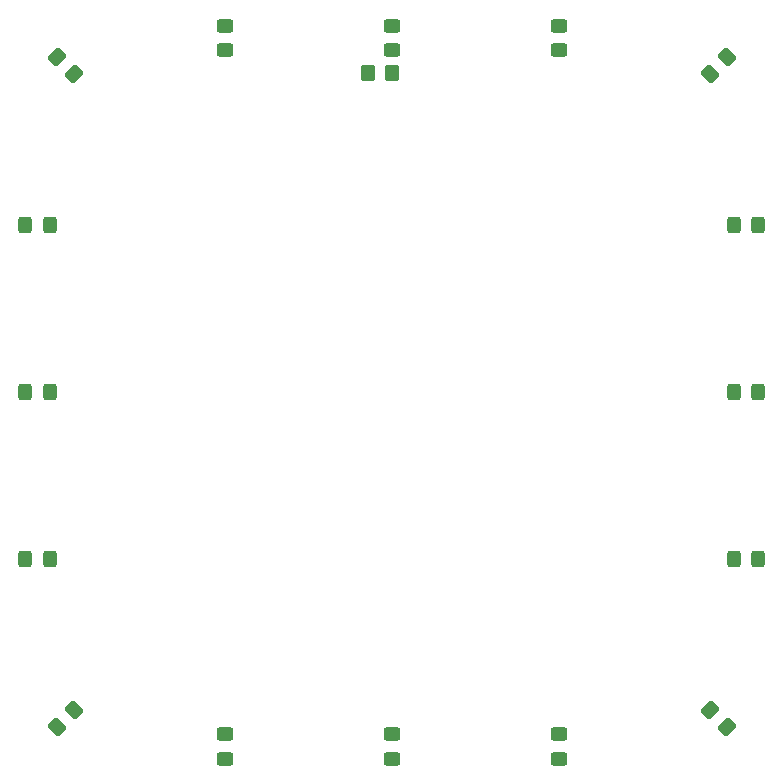
<source format=gbr>
G04 #@! TF.GenerationSoftware,KiCad,Pcbnew,7.0.7-2.fc38*
G04 #@! TF.CreationDate,2023-10-09T12:23:22+01:00*
G04 #@! TF.ProjectId,Light_PCB,4c696768-745f-4504-9342-2e6b69636164,rev?*
G04 #@! TF.SameCoordinates,Original*
G04 #@! TF.FileFunction,Paste,Top*
G04 #@! TF.FilePolarity,Positive*
%FSLAX46Y46*%
G04 Gerber Fmt 4.6, Leading zero omitted, Abs format (unit mm)*
G04 Created by KiCad (PCBNEW 7.0.7-2.fc38) date 2023-10-09 12:23:22*
%MOMM*%
%LPD*%
G01*
G04 APERTURE LIST*
G04 Aperture macros list*
%AMRoundRect*
0 Rectangle with rounded corners*
0 $1 Rounding radius*
0 $2 $3 $4 $5 $6 $7 $8 $9 X,Y pos of 4 corners*
0 Add a 4 corners polygon primitive as box body*
4,1,4,$2,$3,$4,$5,$6,$7,$8,$9,$2,$3,0*
0 Add four circle primitives for the rounded corners*
1,1,$1+$1,$2,$3*
1,1,$1+$1,$4,$5*
1,1,$1+$1,$6,$7*
1,1,$1+$1,$8,$9*
0 Add four rect primitives between the rounded corners*
20,1,$1+$1,$2,$3,$4,$5,0*
20,1,$1+$1,$4,$5,$6,$7,0*
20,1,$1+$1,$6,$7,$8,$9,0*
20,1,$1+$1,$8,$9,$2,$3,0*%
G04 Aperture macros list end*
%ADD10RoundRect,0.250000X-0.450000X0.325000X-0.450000X-0.325000X0.450000X-0.325000X0.450000X0.325000X0*%
%ADD11RoundRect,0.250000X-0.325000X-0.450000X0.325000X-0.450000X0.325000X0.450000X-0.325000X0.450000X0*%
%ADD12RoundRect,0.250000X0.325000X0.450000X-0.325000X0.450000X-0.325000X-0.450000X0.325000X-0.450000X0*%
%ADD13RoundRect,0.250000X0.088388X-0.548008X0.548008X-0.088388X-0.088388X0.548008X-0.548008X0.088388X0*%
%ADD14RoundRect,0.250000X-0.088388X0.548008X-0.548008X0.088388X0.088388X-0.548008X0.548008X-0.088388X0*%
%ADD15RoundRect,0.250000X0.350000X0.450000X-0.350000X0.450000X-0.350000X-0.450000X0.350000X-0.450000X0*%
%ADD16RoundRect,0.250000X0.450000X-0.325000X0.450000X0.325000X-0.450000X0.325000X-0.450000X-0.325000X0*%
%ADD17RoundRect,0.250000X0.548008X0.088388X0.088388X0.548008X-0.548008X-0.088388X-0.088388X-0.548008X0*%
%ADD18RoundRect,0.250000X-0.548008X-0.088388X-0.088388X-0.548008X0.548008X0.088388X0.088388X0.548008X0*%
G04 APERTURE END LIST*
D10*
G04 #@! TO.C,D9*
X149150000Y-113975000D03*
X149150000Y-116025000D03*
G04 #@! TD*
D11*
G04 #@! TO.C,D7*
X163975000Y-99150000D03*
X166025000Y-99150000D03*
G04 #@! TD*
D12*
G04 #@! TO.C,D14*
X106025000Y-85000000D03*
X103975000Y-85000000D03*
G04 #@! TD*
D13*
G04 #@! TO.C,D4*
X161932070Y-58067930D03*
X163381638Y-56618362D03*
G04 #@! TD*
D11*
G04 #@! TO.C,D5*
X163975000Y-70850000D03*
X166025000Y-70850000D03*
G04 #@! TD*
D14*
G04 #@! TO.C,D12*
X108067930Y-111932070D03*
X106618362Y-113381638D03*
G04 #@! TD*
D15*
G04 #@! TO.C,R1*
X135000000Y-58000000D03*
X133000000Y-58000000D03*
G04 #@! TD*
D12*
G04 #@! TO.C,D15*
X106025000Y-70850000D03*
X103975000Y-70850000D03*
G04 #@! TD*
D10*
G04 #@! TO.C,D11*
X120850000Y-113975000D03*
X120850000Y-116025000D03*
G04 #@! TD*
D16*
G04 #@! TO.C,D3*
X149150000Y-56025000D03*
X149150000Y-53975000D03*
G04 #@! TD*
G04 #@! TO.C,D2*
X135000000Y-56025000D03*
X135000000Y-53975000D03*
G04 #@! TD*
D17*
G04 #@! TO.C,D16*
X108067930Y-58067930D03*
X106618362Y-56618362D03*
G04 #@! TD*
D18*
G04 #@! TO.C,D8*
X161932070Y-111932070D03*
X163381638Y-113381638D03*
G04 #@! TD*
D16*
G04 #@! TO.C,D1*
X120850000Y-56025000D03*
X120850000Y-53975000D03*
G04 #@! TD*
D11*
G04 #@! TO.C,D6*
X163975000Y-85000000D03*
X166025000Y-85000000D03*
G04 #@! TD*
D10*
G04 #@! TO.C,D10*
X135000000Y-113975000D03*
X135000000Y-116025000D03*
G04 #@! TD*
D12*
G04 #@! TO.C,D13*
X106025000Y-99150000D03*
X103975000Y-99150000D03*
G04 #@! TD*
M02*

</source>
